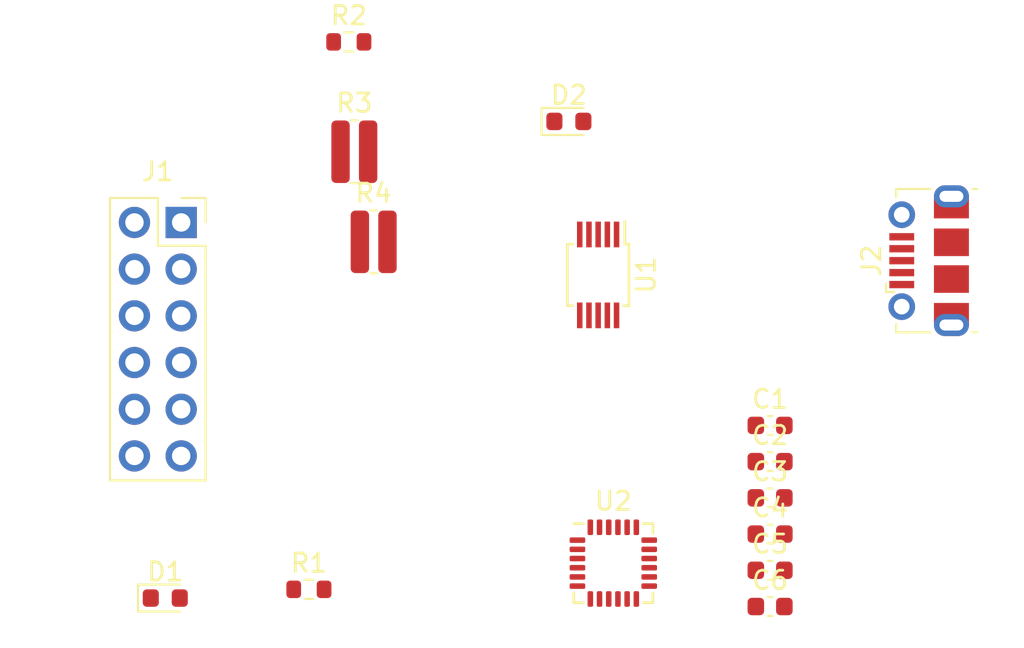
<source format=kicad_pcb>
(kicad_pcb (version 20221018) (generator pcbnew)
  (layers (0 "F.Cu" signal) (31 "B.Cu" signal) (34 "B.Paste" user) (35 "F.Paste" user) (36 "B.SilkS" user "B.Silkscreen") (37 "F.SilkS" user "F.Silkscreen") (38 "B.Mask" user) (39 "F.Mask" user) (44 "Edge.Cuts" user))
  (net 0 "")
  (net 1 "GND")
  (net 2 "Net-(J2-VBUS)")
  (net 3 "Net-(U1-V3)")
  (net 4 "+3.3V")
  (net 5 "Net-(U2-REGOUT)")
  (net 6 "Net-(U2-CPOUT)")
  (net 7 "Net-(D1-K)")
  (net 8 "Net-(D2-K)")
  (net 9 "Net-(D2-A)")
  (net 10 "/I2C_SCL")
  (net 11 "/12C_SDA")
  (net 12 "/IMU_INT")
  (net 13 "/UART_TX")
  (net 14 "/UART_NCTS")
  (net 15 "/UART_RX")
  (net 16 "/UART_NRTS")
  (net 17 "Net-(J2-D-)")
  (net 18 "Net-(J2-D+)")
  (footprint "Capacitor_SMD:C_0603_1608Metric" (layer "F.Cu") (at 135.42 85.545)
    (fp_text reference "C4" (at 0 -1.43) (layer "F.SilkS"))
    (fp_text value "100n")
    (fp_line (start -0.14058 -0.51) (end 0.14058 -0.51) (stroke (width 0.12)) (layer "F.SilkS"))
    (fp_line (start -0.14058 0.51) (end 0.14058 0.51) (stroke (width 0.12)) (layer "F.SilkS"))
    (pad "1" smd roundrect (at -0.775 0) (size 0.9 0.95) (layers "F.Cu" "F.Paste" "F.Mask") (net 1 "GND"))
    (pad "2" smd roundrect (at 0.775 0) (size 0.9 0.95) (layers "F.Cu" "F.Paste" "F.Mask") (net 4 "+3.3V"))
  )
  (footprint "Capacitor_SMD:C_0603_1608Metric" (layer "F.Cu") (at 135.42 89.485)
    (fp_text reference "C6" (at 0 -1.43) (layer "F.SilkS"))
    (fp_text value "2.2n")
    (fp_line (start -0.14058 -0.51) (end 0.14058 -0.51) (stroke (width 0.12)) (layer "F.SilkS"))
    (fp_line (start -0.14058 0.51) (end 0.14058 0.51) (stroke (width 0.12)) (layer "F.SilkS"))
    (pad "1" smd roundrect (at -0.775 0) (size 0.9 0.95) (layers "F.Cu" "F.Paste" "F.Mask") (net 1 "GND"))
    (pad "2" smd roundrect (at 0.775 0) (size 0.9 0.95) (layers "F.Cu" "F.Paste" "F.Mask") (net 6 "Net-(U2-CPOUT)"))
  )
  (footprint "Capacitor_SMD:C_0603_1608Metric" (layer "F.Cu") (at 135.42 83.575)
    (fp_text reference "C3" (at 0 -1.43) (layer "F.SilkS"))
    (fp_text value "100n")
    (fp_line (start -0.14058 -0.51) (end 0.14058 -0.51) (stroke (width 0.12)) (layer "F.SilkS"))
    (fp_line (start -0.14058 0.51) (end 0.14058 0.51) (stroke (width 0.12)) (layer "F.SilkS"))
    (pad "1" smd roundrect (at -0.775 0) (size 0.9 0.95) (layers "F.Cu" "F.Paste" "F.Mask") (net 1 "GND"))
    (pad "2" smd roundrect (at 0.775 0) (size 0.9 0.95) (layers "F.Cu" "F.Paste" "F.Mask") (net 4 "+3.3V"))
  )
  (footprint "Resistor_SMD:R_0603_1608Metric" (layer "F.Cu") (at 112.525 58.775)
    (fp_text reference "R2" (at 0 -1.43) (layer "F.SilkS"))
    (fp_text value "1K")
    (fp_line (start -0.237258 -0.5225) (end 0.237258 -0.5225) (stroke (width 0.12)) (layer "F.SilkS"))
    (fp_line (start -0.237258 0.5225) (end 0.237258 0.5225) (stroke (width 0.12)) (layer "F.SilkS"))
    (pad "1" smd roundrect (at -0.825 0) (size 0.8 0.95) (layers "F.Cu" "F.Paste" "F.Mask") (net 7 "Net-(D1-K)"))
    (pad "2" smd roundrect (at 0.825 0) (size 0.8 0.95) (layers "F.Cu" "F.Paste" "F.Mask") (net 1 "GND"))
  )
  (footprint "Connector_PinSocket_2.54mm:PinSocket_2x06_P2.54mm_Vertical" (layer "F.Cu") (at 103.415 68.595)
    (fp_text reference "J1" (at -1.27 -2.77) (layer "F.SilkS"))
    (fp_text value "Conn_02x06_Odd_Even")
    (fp_line (start -3.87 -1.33) (end -3.87 14.03) (stroke (width 0.12)) (layer "F.SilkS"))
    (fp_line (start -3.87 -1.33) (end -1.27 -1.33) (stroke (width 0.12)) (layer "F.SilkS"))
    (fp_line (start -3.87 14.03) (end 1.33 14.03) (stroke (width 0.12)) (layer "F.SilkS"))
    (fp_line (start -1.27 -1.33) (end -1.27 1.27) (stroke (width 0.12)) (layer "F.SilkS"))
    (fp_line (start -1.27 1.27) (end 1.33 1.27) (stroke (width 0.12)) (layer "F.SilkS"))
    (fp_line (start 0 -1.33) (end 1.33 -1.33) (stroke (width 0.12)) (layer "F.SilkS"))
    (fp_line (start 1.33 -1.33) (end 1.33 0) (stroke (width 0.12)) (layer "F.SilkS"))
    (fp_line (start 1.33 1.27) (end 1.33 14.03) (stroke (width 0.12)) (layer "F.SilkS"))
    (pad "1" thru_hole rect (at 0 0) (size 1.7 1.7) (drill 1) (layers "*.Cu" "*.Mask") (net 4 "+3.3V"))
    (pad "2" thru_hole oval (at -2.54 0) (size 1.7 1.7) (drill 1) (layers "*.Cu" "*.Mask") (net 4 "+3.3V"))
    (pad "3" thru_hole oval (at 0 2.54) (size 1.7 1.7) (drill 1) (layers "*.Cu" "*.Mask") (net 1 "GND"))
    (pad "4" thru_hole oval (at -2.54 2.54) (size 1.7 1.7) (drill 1) (layers "*.Cu" "*.Mask") (net 1 "GND"))
    (pad "5" thru_hole oval (at 0 5.08) (size 1.7 1.7) (drill 1) (layers "*.Cu" "*.Mask") (net 10 "/I2C_SCL"))
    (pad "6" thru_hole oval (at -2.54 5.08) (size 1.7 1.7) (drill 1) (layers "*.Cu" "*.Mask") (net 11 "/12C_SDA"))
    (pad "7" thru_hole oval (at 0 7.62) (size 1.7 1.7) (drill 1) (layers "*.Cu" "*.Mask") (net 9 "Net-(D2-A)"))
    (pad "8" thru_hole oval (at -2.54 7.62) (size 1.7 1.7) (drill 1) (layers "*.Cu" "*.Mask") (net 12 "/IMU_INT"))
    (pad "9" thru_hole oval (at 0 10.16) (size 1.7 1.7) (drill 1) (layers "*.Cu" "*.Mask") (net 13 "/UART_TX"))
    (pad "10" thru_hole oval (at -2.54 10.16) (size 1.7 1.7) (drill 1) (layers "*.Cu" "*.Mask") (net 14 "/UART_NCTS"))
    (pad "11" thru_hole oval (at 0 12.7) (size 1.7 1.7) (drill 1) (layers "*.Cu" "*.Mask") (net 15 "/UART_RX"))
    (pad "12" thru_hole oval (at -2.54 12.7) (size 1.7 1.7) (drill 1) (layers "*.Cu" "*.Mask") (net 16 "/UART_NRTS"))
  )
  (footprint "Capacitor_SMD:C_0603_1608Metric" (layer "F.Cu") (at 135.42 87.515)
    (fp_text reference "C5" (at 0 -1.43) (layer "F.SilkS"))
    (fp_text value "100n")
    (fp_line (start -0.14058 -0.51) (end 0.14058 -0.51) (stroke (width 0.12)) (layer "F.SilkS"))
    (fp_line (start -0.14058 0.51) (end 0.14058 0.51) (stroke (width 0.12)) (layer "F.SilkS"))
    (pad "1" smd roundrect (at -0.775 0) (size 0.9 0.95) (layers "F.Cu" "F.Paste" "F.Mask") (net 1 "GND"))
    (pad "2" smd roundrect (at 0.775 0) (size 0.9 0.95) (layers "F.Cu" "F.Paste" "F.Mask") (net 5 "Net-(U2-REGOUT)"))
  )
  (footprint "Package_SO:MSOP-10_3x3mm_P0.5mm" (layer "F.Cu") (at 126.075 71.45 -90)
    (fp_text reference "U1" (at 0 -2.6 90) (layer "F.SilkS"))
    (fp_text value "CH340E")
    (fp_line (start -1.675 -1.675) (end -1.675 -1.45) (stroke (width 0.15)) (layer "F.SilkS"))
    (fp_line (start -1.675 -1.675) (end 1.675 -1.675) (stroke (width 0.15)) (layer "F.SilkS"))
    (fp_line (start -1.675 -1.45) (end -2.9 -1.45) (stroke (width 0.15)) (layer "F.SilkS"))
    (fp_line (start -1.675 1.675) (end -1.675 1.375) (stroke (width 0.15)) (layer "F.SilkS"))
    (fp_line (start -1.675 1.675) (end 1.675 1.675) (stroke (width 0.15)) (layer "F.SilkS"))
    (fp_line (start 1.675 -1.675) (end 1.675 -1.375) (stroke (width 0.15)) (layer "F.SilkS"))
    (fp_line (start 1.675 1.675) (end 1.675 1.375) (stroke (width 0.15)) (layer "F.SilkS"))
    (pad "1" smd rect (at -2.2 -1 270) (size 1.4 0.3) (layers "F.Cu" "F.Paste" "F.Mask") (net 18 "Net-(J2-D+)"))
    (pad "2" smd rect (at -2.2 -0.5 270) (size 1.4 0.3) (layers "F.Cu" "F.Paste" "F.Mask") (net 17 "Net-(J2-D-)"))
    (pad "3" smd rect (at -2.2 0 270) (size 1.4 0.3) (layers "F.Cu" "F.Paste" "F.Mask") (net 1 "GND"))
    (pad "4" smd rect (at -2.2 0.5 270) (size 1.4 0.3) (layers "F.Cu" "F.Paste" "F.Mask") (net 16 "/UART_NRTS"))
    (pad "5" smd rect (at -2.2 1 270) (size 1.4 0.3) (layers "F.Cu" "F.Paste" "F.Mask") (net 14 "/UART_NCTS"))
    (pad "6" smd rect (at 2.2 1 270) (size 1.4 0.3) (layers "F.Cu" "F.Paste" "F.Mask"))
    (pad "7" smd rect (at 2.2 0.5 270) (size 1.4 0.3) (layers "F.Cu" "F.Paste" "F.Mask") (net 2 "Net-(J2-VBUS)"))
    (pad "8" smd rect (at 2.2 0 270) (size 1.4 0.3) (layers "F.Cu" "F.Paste" "F.Mask") (net 13 "/UART_TX"))
    (pad "9" smd rect (at 2.2 -0.5 270) (size 1.4 0.3) (layers "F.Cu" "F.Paste" "F.Mask") (net 15 "/UART_RX"))
    (pad "10" smd rect (at 2.2 -1 270) (size 1.4 0.3) (layers "F.Cu" "F.Paste" "F.Mask") (net 3 "Net-(U1-V3)"))
  )
  (footprint "Resistor_SMD:R_0603_1608Metric" (layer "F.Cu") (at 110.355 88.55)
    (fp_text reference "R1" (at 0 -1.43) (layer "F.SilkS"))
    (fp_text value "1K")
    (fp_line (start -0.237258 -0.5225) (end 0.237258 -0.5225) (stroke (width 0.12)) (layer "F.SilkS"))
    (fp_line (start -0.237258 0.5225) (end 0.237258 0.5225) (stroke (width 0.12)) (layer "F.SilkS"))
    (pad "1" smd roundrect (at -0.825 0) (size 0.8 0.95) (layers "F.Cu" "F.Paste" "F.Mask") (net 8 "Net-(D2-K)"))
    (pad "2" smd roundrect (at 0.825 0) (size 0.8 0.95) (layers "F.Cu" "F.Paste" "F.Mask") (net 1 "GND"))
  )
  (footprint "LED_SMD:LED_0603_1608Metric" (layer "F.Cu") (at 102.55 89.025)
    (fp_text reference "D1" (at 0 -1.43) (layer "F.SilkS"))
    (fp_text value "RED")
    (fp_line (start -1.485 -0.735) (end -1.485 0.735) (stroke (width 0.12)) (layer "F.SilkS"))
    (fp_line (start -1.485 0.735) (end 0.8 0.735) (stroke (width 0.12)) (layer "F.SilkS"))
    (fp_line (start 0.8 -0.735) (end -1.485 -0.735) (stroke (width 0.12)) (layer "F.SilkS"))
    (pad "1" smd roundrect (at -0.7875 0) (size 0.875 0.95) (layers "F.Cu" "F.Paste" "F.Mask") (net 7 "Net-(D1-K)"))
    (pad "2" smd roundrect (at 0.7875 0) (size 0.875 0.95) (layers "F.Cu" "F.Paste" "F.Mask") (net 4 "+3.3V"))
  )
  (footprint "Sensor_Motion:InvenSense_QFN-24_4x4mm_P0.5mm" (layer "F.Cu") (at 126.9 87.125)
    (fp_text reference "U2" (at 0 -3.375) (layer "F.SilkS"))
    (fp_text value "MPU-6050")
    (fp_line (start -2.15 -2.15) (end -1.625 -2.15) (stroke (width 0.15)) (layer "F.SilkS"))
    (fp_line (start -2.15 2.15) (end -2.15 1.625) (stroke (width 0.15)) (layer "F.SilkS"))
    (fp_line (start -2.15 2.15) (end -1.625 2.15) (stroke (width 0.15)) (layer "F.SilkS"))
    (fp_line (start 2.15 -2.15) (end 1.625 -2.15) (stroke (width 0.15)) (layer "F.SilkS"))
    (fp_line (start 2.15 -2.15) (end 2.15 -1.625) (stroke (width 0.15)) (layer "F.SilkS"))
    (fp_line (start 2.15 2.15) (end 1.625 2.15) (stroke (width 0.15)) (layer "F.SilkS"))
    (fp_line (start 2.15 2.15) (end 2.15 1.625) (stroke (width 0.15)) (layer "F.SilkS"))
    (pad "1" smd roundrect (at -1.95 -1.25) (size 0.85 0.3) (layers "F.Cu" "F.Paste" "F.Mask") (net 1 "GND"))
    (pad "2" smd roundrect (at -1.95 -0.75) (size 0.85 0.3) (layers "F.Cu" "F.Paste" "F.Mask"))
    (pad "3" smd roundrect (at -1.95 -0.25) (size 0.85 0.3) (layers "F.Cu" "F.Paste" "F.Mask"))
    (pad "4" smd roundrect (at -1.95 0.25) (size 0.85 0.3) (layers "F.Cu" "F.Paste" "F.Mask"))
    (pad "5" smd roundrect (at -1.95 0.75) (size 0.85 0.3) (layers "F.Cu" "F.Paste" "F.Mask"))
    (pad "6" smd roundrect (at -1.95 1.25) (size 0.85 0.3) (layers "F.Cu" "F.Paste" "F.Mask"))
    (pad "7" smd roundrect (at -1.25 1.95 90) (size 0.85 0.3) (layers "F.Cu" "F.Paste" "F.Mask"))
    (pad "8" smd roundrect (at -0.75 1.95 90) (size 0.85 0.3) (layers "F.Cu" "F.Paste" "F.Mask") (net 4 "+3.3V"))
    (pad "9" smd roundrect (at -0.25 1.95 90) (size 0.85 0.3) (layers "F.Cu" "F.Paste" "F.Mask") (net 1 "GND"))
    (pad "10" smd roundrect (at 0.25 1.95 90) (size 0.85 0.3) (layers "F.Cu" "F.Paste" "F.Mask") (net 5 "Net-(U2-REGOUT)"))
    (pad "11" smd roundrect (at 0.75 1.95 90) (size 0.85 0.3) (layers "F.Cu" "F.Paste" "F.Mask") (net 1 "GND"))
    (pad "12" smd roundrect (at 1.25 1.95 90) (size 0.85 0.3) (layers "F.Cu" "F.Paste" "F.Mask") (net 12 "/IMU_INT"))
    (pad "13" smd roundrect (at 1.95 1.25) (size 0.85 0.3) (layers "F.Cu" "F.Paste" "F.Mask") (net 4 "+3.3V"))
    (pad "14" smd roundrect (at 1.95 0.75) (size 0.85 0.3) (layers "F.Cu" "F.Paste" "F.Mask"))
    (pad "15" smd roundrect (at 1.95 0.25) (size 0.85 0.3) (layers "F.Cu" "F.Paste" "F.Mask"))
    (pad "16" smd roundrect (at 1.95 -0.25) (size 0.85 0.3) (layers "F.Cu" "F.Paste" "F.Mask"))
    (pad "17" smd roundrect (at 1.95 -0.75) (size 0.85 0.3) (layers "F.Cu" "F.Paste" "F.Mask"))
    (pad "18" smd roundrect (at 1.95 -1.25) (size 0.85 0.3) (layers "F.Cu" "F.Paste" "F.Mask") (net 1 "GND"))
    (pad "19" smd roundrect (at 1.25 -1.95 90) (size 0.85 0.3) (layers "F.Cu" "F.Paste" "F.Mask"))
    (pad "20" smd roundrect (at 0.75 -1.95 90) (size 0.85 0.3) (layers "F.Cu" "F.Paste" "F.Mask") (net 6 "Net-(U2-CPOUT)"))
    (pad "21" smd roundrect (at 0.25 -1.95 90) (size 0.85 0.3) (layers "F.Cu" "F.Paste" "F.Mask"))
    (pad "22" smd roundrect (at -0.25 -1.95 90) (size 0.85 0.3) (layers "F.Cu" "F.Paste" "F.Mask"))
    (pad "23" smd roundrect (at -0.75 -1.95 90) (size 0.85 0.3) (layers "F.Cu" "F.Paste" "F.Mask") (net 10 "/I2C_SCL"))
    (pad "24" smd roundrect (at -1.25 -1.95 90) (size 0.85 0.3) (layers "F.Cu" "F.Paste" "F.Mask") (net 11 "/12C_SDA"))
  )
  (footprint "Resistor_SMD:R_0612_1632Metric" (layer "F.Cu") (at 113.875 69.65)
    (fp_text reference "R4" (at 0 -2.65) (layer "F.SilkS"))
    (fp_text value "2k2")
    (fp_line (start -0.182983 -1.71) (end 0.182983 -1.71) (stroke (width 0.12)) (layer "F.SilkS"))
    (fp_line (start -0.182983 1.71) (end 0.182983 1.71) (stroke (width 0.12)) (layer "F.SilkS"))
    (pad "1" smd roundrect (at -0.75 0) (size 1 3.4) (layers "F.Cu" "F.Paste" "F.Mask") (net 4 "+3.3V"))
    (pad "2" smd roundrect (at 0.75 0) (size 1 3.4) (layers "F.Cu" "F.Paste" "F.Mask") (net 11 "/12C_SDA"))
  )
  (footprint "Connector_USB:USB_Micro-B_Molex-105017-0001" (layer "F.Cu") (at 144.0375 70.675 90)
    (fp_text reference "J2" (at 0 -3.1125 90) (layer "F.SilkS"))
    (fp_text value "USB_B_Micro")
    (fp_line (start -3.9 -1.7625) (end -3.45 -1.7625) (stroke (width 0.12)) (layer "F.SilkS"))
    (fp_line (start -3.9 0.0875) (end -3.9 -1.7625) (stroke (width 0.12)) (layer "F.SilkS"))
    (fp_line (start -3.9 2.6375) (end -3.9 2.3875) (stroke (width 0.12)) (layer "F.SilkS"))
    (fp_line (start -1.7 -2.3125) (end -1.7 -1.8625) (stroke (width 0.12)) (layer "F.SilkS"))
    (fp_line (start -1.7 -2.3125) (end -1.25 -2.3125) (stroke (width 0.12)) (layer "F.SilkS"))
    (fp_line (start 3.9 -1.7625) (end 3.45 -1.7625) (stroke (width 0.12)) (layer "F.SilkS"))
    (fp_line (start 3.9 0.0875) (end 3.9 -1.7625) (stroke (width 0.12)) (layer "F.SilkS"))
    (fp_line (start 3.9 2.6375) (end 3.9 2.3875) (stroke (width 0.12)) (layer "F.SilkS"))
    (pad "1" smd rect (at -1.3 -1.4625 90) (size 0.4 1.35) (layers "F.Cu" "F.Paste" "F.Mask") (net 2 "Net-(J2-VBUS)"))
    (pad "2" smd rect (at -0.65 -1.4625 90) (size 0.4 1.35) (layers "F.Cu" "F.Paste" "F.Mask") (net 17 "Net-(J2-D-)"))
    (pad "3" smd rect (at 0 -1.4625 90) (size 0.4 1.35) (layers "F.Cu" "F.Paste" "F.Mask") (net 18 "Net-(J2-D+)"))
    (pad "4" smd rect (at 0.65 -1.4625 90) (size 0.4 1.35) (layers "F.Cu" "F.Paste" "F.Mask"))
    (pad "5" smd rect (at 1.3 -1.4625 90) (size 0.4 1.35) (layers "F.Cu" "F.Paste" "F.Mask") (net 1 "GND"))
    (pad "6" thru_hole oval (at -3.5 1.2375 270) (size 1.2 1.9) (drill oval 0.6 1.3) (layers "*.Cu" "*.Mask"))
    (pad "6" smd rect (at -2.9 1.2375 90) (size 1.2 1.9) (layers "F.Cu" "F.Mask"))
    (pad "6" thru_hole circle (at -2.5 -1.4625 90) (size 1.45 1.45) (drill 0.85) (layers "*.Cu" "*.Mask"))
    (pad "6" smd rect (at -1 1.2375 90) (size 1.5 1.9) (layers "F.Cu" "F.Paste" "F.Mask"))
    (pad "6" smd rect (at 1 1.2375 90) (size 1.5 1.9) (layers "F.Cu" "F.Paste" "F.Mask"))
    (pad "6" thru_hole circle (at 2.5 -1.4625 90) (size 1.45 1.45) (drill 0.85) (layers "*.Cu" "*.Mask"))
    (pad "6" smd rect (at 2.9 1.2375 90) (size 1.2 1.9) (layers "F.Cu" "F.Mask"))
    (pad "6" thru_hole oval (at 3.5 1.2375 90) (size 1.2 1.9) (drill oval 0.6 1.3) (layers "*.Cu" "*.Mask"))
  )
  (footprint "LED_SMD:LED_0603_1608Metric" (layer "F.Cu") (at 124.485 63.1)
    (fp_text reference "D2" (at 0 -1.43) (layer "F.SilkS"))
    (fp_text value "BLUE")
    (fp_line (start -1.485 -0.735) (end -1.485 0.735) (stroke (width 0.12)) (layer "F.SilkS"))
    (fp_line (start -1.485 0.735) (end 0.8 0.735) (stroke (width 0.12)) (layer "F.SilkS"))
    (fp_line (start 0.8 -0.735) (end -1.485 -0.735) (stroke (width 0.12)) (layer "F.SilkS"))
    (pad "1" smd roundrect (at -0.7875 0) (size 0.875 0.95) (layers "F.Cu" "F.Paste" "F.Mask") (net 8 "Net-(D2-K)"))
    (pad "2" smd roundrect (at 0.7875 0) (size 0.875 0.95) (layers "F.Cu" "F.Paste" "F.Mask") (net 9 "Net-(D2-A)"))
  )
  (footprint "Capacitor_SMD:C_0603_1608Metric" (layer "F.Cu") (at 135.42 81.605)
    (fp_text reference "C2" (at 0 -1.43) (layer "F.SilkS"))
    (fp_text value "100n")
    (fp_line (start -0.14058 -0.51) (end 0.14058 -0.51) (stroke (width 0.12)) (layer "F.SilkS"))
    (fp_line (start -0.14058 0.51) (end 0.14058 0.51) (stroke (width 0.12)) (layer "F.SilkS"))
    (pad "1" smd roundrect (at -0.775 0) (size 0.9 0.95) (layers "F.Cu" "F.Paste" "F.Mask") (net 1 "GND"))
    (pad "2" smd roundrect (at 0.775 0) (size 0.9 0.95) (layers "F.Cu" "F.Paste" "F.Mask") (net 3 "Net-(U1-V3)"))
  )
  (footprint "Resistor_SMD:R_0612_1632Metric" (layer "F.Cu") (at 112.825 64.75)
    (fp_text reference "R3" (at 0 -2.65) (layer "F.SilkS"))
    (fp_text value "2k2")
    (fp_line (start -0.182983 -1.71) (end 0.182983 -1.71) (stroke (width 0.12)) (layer "F.SilkS"))
    (fp_line (start -0.182983 1.71) (end 0.182983 1.71) (stroke (width 0.12)) (layer "F.SilkS"))
    (pad "1" smd roundrect (at -0.75 0) (size 1 3.4) (layers "F.Cu" "F.Paste" "F.Mask") (net 4 "+3.3V"))
    (pad "2" smd roundrect (at 0.75 0) (size 1 3.4) (layers "F.Cu" "F.Paste" "F.Mask") (net 10 "/I2C_SCL"))
  )
  (footprint "Capacitor_SMD:C_0603_1608Metric" (layer "F.Cu") (at 135.42 79.635)
    (fp_text reference "C1" (at 0 -1.43) (layer "F.SilkS"))
    (fp_text value "100n")
    (fp_line (start -0.14058 -0.51) (end 0.14058 -0.51) (stroke (width 0.12)) (layer "F.SilkS"))
    (fp_line (start -0.14058 0.51) (end 0.14058 0.51) (stroke (width 0.12)) (layer "F.SilkS"))
    (pad "1" smd roundrect (at -0.775 0) (size 0.9 0.95) (layers "F.Cu" "F.Paste" "F.Mask") (net 1 "GND"))
    (pad "2" smd roundrect (at 0.775 0) (size 0.9 0.95) (layers "F.Cu" "F.Paste" "F.Mask") (net 2 "Net-(J2-VBUS)"))
  )
)
</source>
